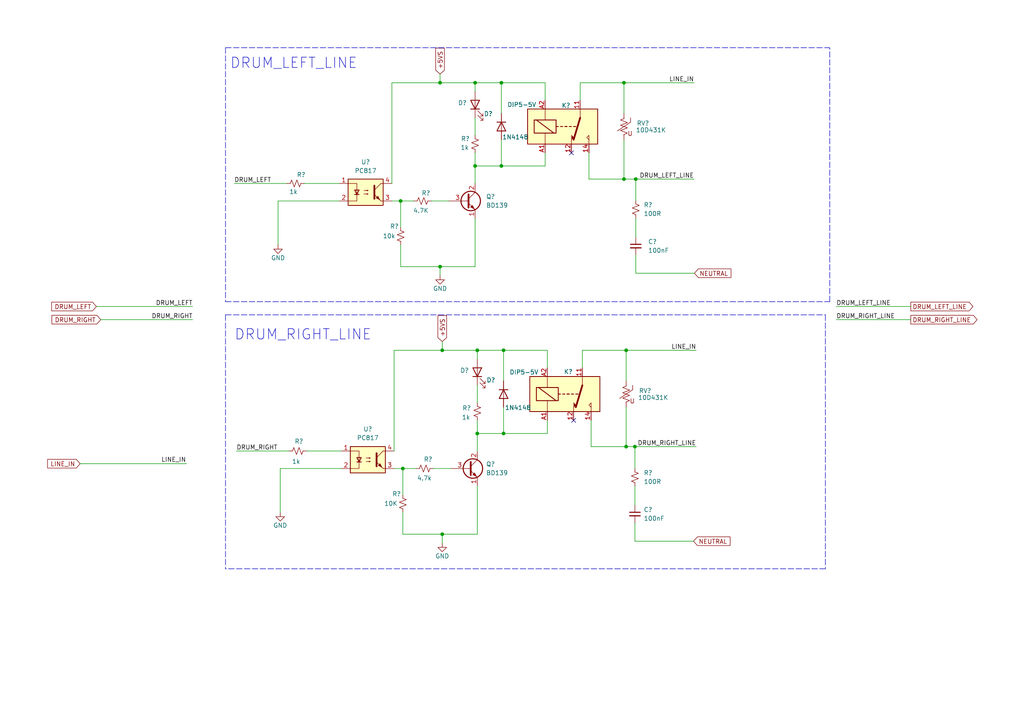
<source format=kicad_sch>
(kicad_sch (version 20211123) (generator eeschema)
  (paper "A4")
  (lib_symbols
    (symbol "Device:C_Small" (pin_numbers hide) (pin_names (offset 0.254) hide)
      (property "Reference" "C" (at 0.254 1.778 0))
      (property "Value" "C_Small" (at 0.254 -2.032 0))
      (symbol "C_Small_0_1"
        (polyline (pts (xy -1.524 -0.508) (xy 1.524 -0.508)) (stroke (width 0.3302)))
        (polyline (pts (xy -1.524 0.508) (xy 1.524 0.508)) (stroke (width 0.3048)))
      )
      (symbol "C_Small_1_1"
        (pin passive line (at 0 2.54 270) (length 2.032) (name "~") (number "1"))
        (pin passive line (at 0 -2.54 90) (length 2.032) (name "~") (number "2"))
      )
    )
    (symbol "Device:D" (pin_numbers hide) (pin_names (offset 1.016) hide)
      (property "Reference" "D" (at 0 2.54 0))
      (property "Value" "D" (at 0 -2.54 0))
      (symbol "D_0_1"
        (polyline (pts (xy -1.27 1.27) (xy -1.27 -1.27)) (stroke (width 0.254)))
        (polyline (pts (xy 1.27 0) (xy -1.27 0)))
        (polyline (pts (xy 1.27 1.27) (xy 1.27 -1.27) (xy -1.27 0) (xy 1.27 1.27)) (stroke (width 0.254)))
      )
      (symbol "D_1_1"
        (pin passive line (at -3.81 0 0) (length 2.54) (name "K") (number "1"))
        (pin passive line (at 3.81 0 180) (length 2.54) (name "A") (number "2"))
      )
    )
    (symbol "Device:LED" (pin_numbers hide) (pin_names (offset 1.016) hide)
      (property "Reference" "D" (at 0 2.54 0))
      (property "Value" "LED" (at 0 -2.54 0))
      (symbol "LED_0_1"
        (polyline (pts (xy -1.27 -1.27) (xy -1.27 1.27)) (stroke (width 0.254)))
        (polyline (pts (xy -1.27 0) (xy 1.27 0)))
        (polyline (pts (xy 1.27 -1.27) (xy 1.27 1.27) (xy -1.27 0) (xy 1.27 -1.27)) (stroke (width 0.254)))
        (polyline (pts (xy -3.048 -0.762) (xy -4.572 -2.286) (xy -3.81 -2.286) (xy -4.572 -2.286) (xy -4.572 -1.524)))
        (polyline (pts (xy -1.778 -0.762) (xy -3.302 -2.286) (xy -2.54 -2.286) (xy -3.302 -2.286) (xy -3.302 -1.524)))
      )
      (symbol "LED_1_1"
        (pin passive line (at -3.81 0 0) (length 2.54) (name "K") (number "1"))
        (pin passive line (at 3.81 0 180) (length 2.54) (name "A") (number "2"))
      )
    )
    (symbol "Device:R_Small_US" (pin_numbers hide) (pin_names (offset 0.254) hide)
      (property "Reference" "R" (at 0.762 0.508 0))
      (property "Value" "R_Small_US" (at 0.762 -1.016 0))
      (symbol "R_Small_US_1_1"
        (polyline (pts (xy 0 0) (xy 1.016 -0.381) (xy 0 -0.762) (xy -1.016 -1.143) (xy 0 -1.524)))
        (polyline (pts (xy 0 1.524) (xy 1.016 1.143) (xy 0 0.762) (xy -1.016 0.381) (xy 0 0)))
        (pin passive line (at 0 2.54 270) (length 1.016) (name "~") (number "1"))
        (pin passive line (at 0 -2.54 90) (length 1.016) (name "~") (number "2"))
      )
    )
    (symbol "Device:Varistor_US" (pin_numbers hide) (pin_names (offset 0))
      (property "Reference" "RV" (at 3.175 0 90))
      (property "Value" "Varistor_US" (at -3.175 0 90))
      (symbol "Varistor_US_0_0"
        (text "U" (at -1.778 -2.032 0) (effects (font (size 1.27 1.27))))
      )
      (symbol "Varistor_US_0_1"
        (polyline (pts (xy 0 -2.286) (xy 0 -2.54)))
        (polyline (pts (xy 0 2.286) (xy 0 2.54)))
        (polyline (pts (xy -1.905 2.54) (xy -1.905 1.27) (xy 1.905 -1.27)))
        (polyline (pts (xy 0 -0.762) (xy 1.016 -1.143) (xy 0 -1.524) (xy -1.016 -1.905) (xy 0 -2.286)))
        (polyline (pts (xy 0 0.762) (xy 1.016 0.381) (xy 0 0) (xy -1.016 -0.381) (xy 0 -0.762)))
        (polyline (pts (xy 0 2.286) (xy 1.016 1.905) (xy 0 1.524) (xy -1.016 1.143) (xy 0 0.762)))
      )
      (symbol "Varistor_US_1_1"
        (pin passive line (at 0 3.81 270) (length 1.27) (name "~") (number "1"))
        (pin passive line (at 0 -3.81 90) (length 1.27) (name "~") (number "2"))
      )
    )
    (symbol "Isolator:PC817" (pin_names (offset 1.016))
      (property "Reference" "U" (at -5.08 5.08 0))
      (property "Value" "PC817" (at 0 5.08 0))
      (symbol "PC817_0_1"
        (rectangle (start -5.08 3.81) (end 5.08 -3.81) (stroke (width 0.254)) (fill (type background)))
        (polyline (pts (xy -3.175 -0.635) (xy -1.905 -0.635)) (stroke (width 0.254)))
        (polyline (pts (xy 2.54 0.635) (xy 4.445 2.54)))
        (polyline (pts (xy 4.445 -2.54) (xy 2.54 -0.635)) (fill (type outline)))
        (polyline (pts (xy 4.445 -2.54) (xy 5.08 -2.54)))
        (polyline (pts (xy 4.445 2.54) (xy 5.08 2.54)))
        (polyline (pts (xy -5.08 2.54) (xy -2.54 2.54) (xy -2.54 -0.635)))
        (polyline (pts (xy -2.54 -0.635) (xy -2.54 -2.54) (xy -5.08 -2.54)))
        (polyline (pts (xy 2.54 1.905) (xy 2.54 -1.905) (xy 2.54 -1.905)) (stroke (width 0.508)))
        (polyline (pts (xy -2.54 -0.635) (xy -3.175 0.635) (xy -1.905 0.635) (xy -2.54 -0.635)) (stroke (width 0.254)))
        (polyline (pts (xy -0.508 -0.508) (xy 0.762 -0.508) (xy 0.381 -0.635) (xy 0.381 -0.381) (xy 0.762 -0.508)))
        (polyline (pts (xy -0.508 0.508) (xy 0.762 0.508) (xy 0.381 0.381) (xy 0.381 0.635) (xy 0.762 0.508)))
        (polyline (pts (xy 3.048 -1.651) (xy 3.556 -1.143) (xy 4.064 -2.159) (xy 3.048 -1.651) (xy 3.048 -1.651)) (fill (type outline)))
      )
      (symbol "PC817_1_1"
        (pin passive line (at -7.62 2.54 0) (length 2.54) (name "~") (number "1"))
        (pin passive line (at -7.62 -2.54 0) (length 2.54) (name "~") (number "2"))
        (pin passive line (at 7.62 -2.54 180) (length 2.54) (name "~") (number "3"))
        (pin passive line (at 7.62 2.54 180) (length 2.54) (name "~") (number "4"))
      )
    )
    (symbol "Relay:FINDER-36.11"
      (property "Reference" "K" (at 11.43 3.81 0))
      (property "Value" "FINDER-36.11" (at 11.43 1.27 0))
      (symbol "FINDER-36.11_0_0"
        (polyline (pts (xy 2.54 3.81) (xy 2.54 5.08)))
        (polyline (pts (xy 7.62 3.81) (xy 7.62 5.08)))
        (polyline (pts (xy 7.62 3.81) (xy 7.62 2.54) (xy 6.985 3.175) (xy 7.62 3.81)))
      )
      (symbol "FINDER-36.11_0_1"
        (rectangle (start -10.16 5.08) (end 10.16 -5.08) (stroke (width 0.254)) (fill (type background)))
        (rectangle (start -8.255 1.905) (end -1.905 -1.905) (stroke (width 0.254)))
        (polyline (pts (xy -7.62 -1.905) (xy -2.54 1.905)) (stroke (width 0.254)))
        (polyline (pts (xy -5.08 -5.08) (xy -5.08 -1.905)))
        (polyline (pts (xy -5.08 5.08) (xy -5.08 1.905)))
        (polyline (pts (xy -1.905 0) (xy -1.27 0)) (stroke (width 0.254)))
        (polyline (pts (xy -0.635 0) (xy 0 0)) (stroke (width 0.254)))
        (polyline (pts (xy 0.635 0) (xy 1.27 0)) (stroke (width 0.254)))
        (polyline (pts (xy 0.635 0) (xy 1.27 0)) (stroke (width 0.254)))
        (polyline (pts (xy 1.905 0) (xy 2.54 0)) (stroke (width 0.254)))
        (polyline (pts (xy 3.175 0) (xy 3.81 0)) (stroke (width 0.254)))
        (polyline (pts (xy 5.08 -2.54) (xy 3.175 3.81)) (stroke (width 0.508)))
        (polyline (pts (xy 5.08 -2.54) (xy 5.08 -5.08)))
        (polyline (pts (xy 2.54 2.54) (xy 3.175 3.175) (xy 2.54 3.81)) (fill (type outline)))
      )
      (symbol "FINDER-36.11_1_1"
        (pin passive line (at 5.08 -7.62 90) (length 2.54) (name "~") (number "11"))
        (pin passive line (at 2.54 7.62 270) (length 2.54) (name "~") (number "12"))
        (pin passive line (at 7.62 7.62 270) (length 2.54) (name "~") (number "14"))
        (pin passive line (at -5.08 7.62 270) (length 2.54) (name "~") (number "A1"))
        (pin passive line (at -5.08 -7.62 90) (length 2.54) (name "~") (number "A2"))
      )
    )
    (symbol "Transistor_BJT:BD139" (pin_names (offset 0) hide)
      (property "Reference" "Q" (at 5.08 1.905 0))
      (property "Value" "BD139" (at 5.08 0 0))
      (symbol "BD139_0_1"
        (polyline (pts (xy 0 0) (xy 0.635 0)))
        (polyline (pts (xy 2.54 -2.54) (xy 0.635 -0.635)))
        (polyline (pts (xy 2.54 2.54) (xy 0.635 0.635)))
        (polyline (pts (xy 0.635 1.905) (xy 0.635 -1.905) (xy 0.635 -1.905)) (stroke (width 0.508)) (fill (type outline)))
        (polyline (pts (xy 1.2446 -1.778) (xy 1.7526 -1.27) (xy 2.286 -2.286) (xy 1.2446 -1.778) (xy 1.2446 -1.778)) (fill (type outline)))
        (circle (center 1.27 0) (radius 2.8194) (stroke (width 0.3048)))
      )
      (symbol "BD139_1_1"
        (pin passive line (at 2.54 -5.08 90) (length 2.54) (name "E") (number "1"))
        (pin passive line (at 2.54 5.08 270) (length 2.54) (name "C") (number "2"))
        (pin input line (at -5.08 0 0) (length 5.08) (name "B") (number "3"))
      )
    )
    (symbol "power:GND" (power) (pin_names (offset 0))
      (property "Value" "GND" (at 0 -3.81 0))
      (symbol "GND_0_1"
        (polyline (pts (xy 0 0) (xy 0 -1.27) (xy 1.27 -1.27) (xy 0 -2.54) (xy -1.27 -1.27) (xy 0 -1.27)))
      )
      (symbol "GND_1_1"
        (pin power_in line (at 0 0 270) (length 0) hide (name "GND") (number "1"))
      )
    )
  )
  (junction (at 138.43 125.73))
  (junction (at 138.43 101.6))
  (junction (at 128.27 154.94))
  (junction (at 184.404 51.943))
  (junction (at 137.795 24.003))
  (junction (at 137.795 48.133))
  (junction (at 127.635 77.343))
  (junction (at 145.415 48.133))
  (junction (at 181.61 101.6))
  (junction (at 180.975 51.943))
  (junction (at 184.15 129.54))
  (junction (at 145.415 24.003))
  (junction (at 146.05 101.6))
  (junction (at 180.975 24.003))
  (junction (at 128.27 101.6))
  (junction (at 146.05 125.73))
  (junction (at 116.205 58.293))
  (junction (at 127.635 24.003))
  (junction (at 116.84 135.89))
  (junction (at 181.61 129.54))
  (no_connect (at 166.37 121.92))
  (no_connect (at 165.735 44.323))
  (wire (pts (xy 180.975 40.513) (xy 180.975 51.943)))
  (wire (pts (xy 242.57 92.71) (xy 264.16 92.71)))
  (wire (pts (xy 184.15 151.638) (xy 184.15 156.972)))
  (wire (pts (xy 158.115 48.133) (xy 145.415 48.133)))
  (wire (pts (xy 138.43 125.73) (xy 138.43 130.81)))
  (wire (pts (xy 184.404 63.246) (xy 184.404 68.834)))
  (wire (pts (xy 113.665 58.293) (xy 116.205 58.293)))
  (wire (pts (xy 184.15 129.54) (xy 184.15 135.89)))
  (wire (pts (xy 125.73 135.89) (xy 130.81 135.89)))
  (wire (pts (xy 127.635 24.003) (xy 137.795 24.003)))
  (polyline (pts (xy 239.395 164.973) (xy 65.405 164.973)))
  (wire (pts (xy 168.275 29.083) (xy 168.275 24.003)))
  (wire (pts (xy 168.275 24.003) (xy 180.975 24.003)))
  (wire (pts (xy 99.06 135.89) (xy 81.28 135.89)))
  (wire (pts (xy 158.115 24.003) (xy 145.415 24.003)))
  (wire (pts (xy 113.665 24.003) (xy 127.635 24.003)))
  (polyline (pts (xy 65.405 13.843) (xy 65.405 87.503)))
  (wire (pts (xy 116.205 58.293) (xy 116.205 65.913)))
  (wire (pts (xy 137.795 48.133) (xy 137.795 53.213)))
  (polyline (pts (xy 65.405 13.843) (xy 240.665 13.843)))
  (wire (pts (xy 116.84 154.94) (xy 128.27 154.94)))
  (wire (pts (xy 171.45 121.92) (xy 171.45 129.54)))
  (wire (pts (xy 146.05 101.6) (xy 146.05 110.49)))
  (wire (pts (xy 137.795 34.163) (xy 137.795 39.243)))
  (wire (pts (xy 184.404 51.943) (xy 201.295 51.943)))
  (wire (pts (xy 181.61 101.6) (xy 181.61 110.49)))
  (wire (pts (xy 184.15 140.97) (xy 184.15 146.558)))
  (wire (pts (xy 146.05 125.73) (xy 138.43 125.73)))
  (wire (pts (xy 168.91 106.68) (xy 168.91 101.6)))
  (wire (pts (xy 128.27 157.48) (xy 128.27 154.94)))
  (wire (pts (xy 127.635 79.883) (xy 127.635 77.343)))
  (wire (pts (xy 127.635 77.343) (xy 137.795 77.343)))
  (wire (pts (xy 181.61 118.11) (xy 181.61 129.54)))
  (wire (pts (xy 158.75 125.73) (xy 146.05 125.73)))
  (wire (pts (xy 158.115 29.083) (xy 158.115 24.003)))
  (wire (pts (xy 145.415 48.133) (xy 137.795 48.133)))
  (wire (pts (xy 27.94 88.9) (xy 55.88 88.9)))
  (polyline (pts (xy 240.665 87.503) (xy 240.665 13.843)))
  (wire (pts (xy 184.404 73.914) (xy 184.404 79.248)))
  (wire (pts (xy 88.265 53.213) (xy 98.425 53.213)))
  (wire (pts (xy 138.43 111.76) (xy 138.43 116.84)))
  (wire (pts (xy 116.84 135.89) (xy 120.65 135.89)))
  (wire (pts (xy 98.425 58.293) (xy 80.645 58.293)))
  (polyline (pts (xy 239.395 91.313) (xy 239.395 164.973)))
  (wire (pts (xy 181.61 101.6) (xy 201.93 101.6)))
  (wire (pts (xy 242.57 88.9) (xy 264.16 88.9)))
  (wire (pts (xy 67.945 53.213) (xy 83.185 53.213)))
  (wire (pts (xy 137.795 44.323) (xy 137.795 48.133)))
  (wire (pts (xy 114.3 135.89) (xy 116.84 135.89)))
  (wire (pts (xy 171.45 129.54) (xy 181.61 129.54)))
  (wire (pts (xy 158.75 121.92) (xy 158.75 125.73)))
  (wire (pts (xy 116.84 135.89) (xy 116.84 143.51)))
  (wire (pts (xy 116.205 77.343) (xy 127.635 77.343)))
  (wire (pts (xy 53.975 134.493) (xy 53.975 134.366)))
  (wire (pts (xy 116.205 58.293) (xy 120.015 58.293)))
  (polyline (pts (xy 65.405 91.313) (xy 65.405 164.973)))
  (wire (pts (xy 180.975 24.003) (xy 180.975 32.893)))
  (wire (pts (xy 114.3 130.81) (xy 114.3 101.6)))
  (wire (pts (xy 184.15 129.54) (xy 201.93 129.54)))
  (wire (pts (xy 145.415 40.513) (xy 145.415 48.133)))
  (polyline (pts (xy 65.405 91.313) (xy 239.395 91.313)))
  (wire (pts (xy 128.27 99.06) (xy 128.27 101.6)))
  (wire (pts (xy 184.404 51.943) (xy 184.404 58.166)))
  (wire (pts (xy 170.815 44.323) (xy 170.815 51.943)))
  (wire (pts (xy 184.15 156.972) (xy 201.168 156.972)))
  (wire (pts (xy 181.61 129.54) (xy 184.15 129.54)))
  (wire (pts (xy 138.43 101.6) (xy 138.43 104.14)))
  (wire (pts (xy 158.75 106.68) (xy 158.75 101.6)))
  (wire (pts (xy 137.795 24.003) (xy 137.795 26.543)))
  (wire (pts (xy 184.404 79.248) (xy 201.422 79.248)))
  (wire (pts (xy 68.58 130.81) (xy 83.82 130.81)))
  (wire (pts (xy 81.28 135.89) (xy 81.28 148.59)))
  (wire (pts (xy 80.645 58.293) (xy 80.645 70.993)))
  (polyline (pts (xy 65.405 87.503) (xy 240.665 87.503)))
  (wire (pts (xy 168.91 101.6) (xy 181.61 101.6)))
  (wire (pts (xy 180.975 24.003) (xy 201.295 24.003)))
  (wire (pts (xy 158.75 101.6) (xy 146.05 101.6)))
  (wire (pts (xy 128.27 154.94) (xy 138.43 154.94)))
  (wire (pts (xy 23.241 134.493) (xy 53.975 134.493)))
  (wire (pts (xy 127.635 21.463) (xy 127.635 24.003)))
  (wire (pts (xy 116.205 70.993) (xy 116.205 77.343)))
  (wire (pts (xy 29.21 92.71) (xy 55.88 92.71)))
  (wire (pts (xy 146.05 118.11) (xy 146.05 125.73)))
  (wire (pts (xy 138.43 121.92) (xy 138.43 125.73)))
  (wire (pts (xy 180.975 51.943) (xy 184.404 51.943)))
  (wire (pts (xy 114.3 101.6) (xy 128.27 101.6)))
  (wire (pts (xy 158.115 44.323) (xy 158.115 48.133)))
  (wire (pts (xy 137.795 77.343) (xy 137.795 63.373)))
  (wire (pts (xy 88.9 130.81) (xy 99.06 130.81)))
  (wire (pts (xy 146.05 101.6) (xy 138.43 101.6)))
  (wire (pts (xy 125.095 58.293) (xy 130.175 58.293)))
  (wire (pts (xy 116.84 148.59) (xy 116.84 154.94)))
  (wire (pts (xy 138.43 154.94) (xy 138.43 140.97)))
  (wire (pts (xy 113.665 53.213) (xy 113.665 24.003)))
  (wire (pts (xy 145.415 24.003) (xy 145.415 32.893)))
  (wire (pts (xy 145.415 24.003) (xy 137.795 24.003)))
  (wire (pts (xy 128.27 101.6) (xy 138.43 101.6)))
  (wire (pts (xy 170.815 51.943) (xy 180.975 51.943)))
  (text "DRUM_RIGHT_LINE\n" (at 67.945 98.933 0) (effects (font (size 3 3)) (justify left bottom)))
  (text "DRUM_LEFT_LINE\n" (at 66.675 20.193 0) (effects (font (size 3 3)) (justify left bottom)))
  (label "DRUM_LEFT" (at 67.945 53.213 0))
  (label "DRUM_RIGHT_LINE" (at 201.93 129.54 180))
  (label "DRUM_RIGHT" (at 55.88 92.71 180))
  (label "LINE_IN" (at 201.295 24.003 180))
  (label "DRUM_RIGHT" (at 68.58 130.81 0))
  (label "DRUM_LEFT_LINE" (at 201.295 51.943 180))
  (label "DRUM_LEFT" (at 55.88 88.9 180))
  (label "LINE_IN" (at 53.975 134.366 180))
  (label "DRUM_RIGHT_LINE" (at 242.57 92.71 0))
  (label "LINE_IN" (at 201.93 101.6 180))
  (label "DRUM_LEFT_LINE" (at 242.57 88.9 0))
  (global_label "NEUTRAL" (shape input) (at 201.168 156.972 0) (property "Intersheet References" "${INTERSHEET_REFS}" (effects hide)))
  (global_label "DRUM_RIGHT" (shape input) (at 29.21 92.71 180) (property "Intersheet References" "${INTERSHEET_REFS}" (effects hide)))
  (global_label "NEUTRAL" (shape input) (at 201.422 79.248 0) (property "Intersheet References" "${INTERSHEET_REFS}" (effects hide)))
  (global_label "DRUM_LEFT" (shape input) (at 27.94 88.9 180) (property "Intersheet References" "${INTERSHEET_REFS}" (effects hide)))
  (global_label "LINE_IN" (shape input) (at 23.241 134.493 180) (property "Intersheet References" "${INTERSHEET_REFS}" (effects hide)))
  (global_label "DRUM_LEFT_LINE" (shape output) (at 264.16 88.9 0) (property "Intersheet References" "${INTERSHEET_REFS}" (effects hide)))
  (global_label "+5VS" (shape input) (at 128.27 99.06 90) (property "Intersheet References" "${INTERSHEET_REFS}" (effects hide)))
  (global_label "DRUM_RIGHT_LINE" (shape output) (at 264.16 92.71 0) (property "Intersheet References" "${INTERSHEET_REFS}" (effects hide)))
  (global_label "+5VS" (shape input) (at 127.635 21.463 90) (property "Intersheet References" "${INTERSHEET_REFS}" (effects hide)))
  (symbol (lib_id "Device:R_Small_US") (at 116.84 146.05 180) (unit 1)
    (property "Reference" "R?" (at 116.332 143.256 0) (effects (justify left)))
    (property "Value" "10K" (at 115.316 146.05 0) (effects (justify left)))
    (property "Footprint" "User_Resostor_THT:R_Axial_DIN0207_L6.3mm_D2.5mm_P10.16mm_Horizontal" (effects hide))
  )
  (symbol (lib_id "Isolator:PC817") (at 106.045 55.753 0) (unit 1)
    (property "Reference" "U?" (at 106.045 46.99 0))
    (property "Value" "PC817" (at 106.045 49.53 0))
    (property "Footprint" "User_Package_DIP:DIP-4_W7.62mm_LongPads" (effects hide))
    (property "Datasheet" "http://www.soselectronic.cz/a_info/resource/d/pc817.pdf" (effects hide))
  )
  (symbol (lib_id "Device:R_Small_US") (at 184.15 138.43 0) (unit 1)
    (property "Reference" "R?" (at 186.69 137.1599 0) (effects (justify left)))
    (property "Value" "100R" (at 186.69 139.6999 0) (effects (justify left)))
    (property "Footprint" "User_Resostor_THT:R_Axial_DIN0414_L11.9mm_D4.5mm_P15.24mm_Horizontal" (effects hide))
  )
  (symbol (lib_id "Device:C_Small") (at 184.404 71.374 0) (unit 1)
    (property "Reference" "C?" (at 187.96 70.1102 0) (effects (justify left)))
    (property "Value" "100nF" (at 187.96 72.6502 0) (effects (justify left)))
    (property "Footprint" "User_Capacitor_THT:C_Rect_L19.0mm_W9.0mm_P15.00mm_MKS4" (effects hide))
  )
  (symbol (lib_id "Device:R_Small_US") (at 122.555 58.293 90) (unit 1)
    (property "Reference" "R?" (at 124.841 56.007 90) (effects (justify left)))
    (property "Value" "4.7K" (at 124.333 61.087 90) (effects (justify left)))
    (property "Footprint" "User_Resostor_THT:R_Axial_DIN0207_L6.3mm_D2.5mm_P10.16mm_Horizontal" (effects hide))
  )
  (symbol (lib_id "Device:Varistor_US") (at 180.975 36.703 0) (mirror y) (unit 1)
    (property "Reference" "RV?" (at 184.658 35.7496 0) (effects (justify right)))
    (property "Value" "10D431K" (at 184.404 37.719 0) (effects (justify right)))
    (property "Footprint" "User_Varistor:RV_Disc_D7mm_W5.7mm_P5mm" (effects hide))
  )
  (symbol (lib_id "Device:C_Small") (at 184.15 149.098 0) (unit 1)
    (property "Reference" "C?" (at 186.69 147.8342 0) (effects (justify left)))
    (property "Value" "100nF" (at 186.69 150.3742 0) (effects (justify left)))
    (property "Footprint" "User_Capacitor_THT:C_Rect_L19.0mm_W9.0mm_P15.00mm_MKS4" (effects hide))
  )
  (symbol (lib_id "Device:D") (at 145.415 36.703 270) (unit 1)
    (property "Reference" "D?" (at 140.335 33.02 90) (effects (justify left)))
    (property "Value" "1N4148" (at 145.669 39.751 90) (effects (justify left)))
    (property "Footprint" "User_Diode_THT:D_A-405_P7.62mm_Horizontal" (effects hide))
  )
  (symbol (lib_id "Device:D") (at 146.05 114.3 270) (unit 1)
    (property "Reference" "D?" (at 141.097 110.236 90) (effects (justify left)))
    (property "Value" "1N4148" (at 146.431 118.237 90) (effects (justify left)))
    (property "Footprint" "User_Diode_THT:D_A-405_P7.62mm_Horizontal" (effects hide))
  )
  (symbol (lib_id "Device:R_Small_US") (at 86.36 130.81 90) (unit 1)
    (property "Reference" "R?" (at 88.011 128.016 90) (effects (justify left)))
    (property "Value" "1k" (at 87.122 133.858 90) (effects (justify left)))
    (property "Footprint" "User_Resostor_THT:R_Axial_DIN0207_L6.3mm_D2.5mm_P10.16mm_Horizontal" (effects hide))
  )
  (symbol (lib_id "power:GND") (at 81.28 148.59 0) (unit 1)
    (property "Reference" "#PWR?" (effects hide))
    (property "Value" "GND" (at 81.28 152.4 0))
  )
  (symbol (lib_id "power:GND") (at 80.645 70.993 0) (unit 1)
    (property "Reference" "#PWR?" (effects hide))
    (property "Value" "GND" (at 80.645 74.803 0))
  )
  (symbol (lib_id "power:GND") (at 128.27 157.48 0) (unit 1)
    (property "Reference" "#PWR?" (effects hide))
    (property "Value" "GND" (at 128.27 161.29 0))
  )
  (symbol (lib_id "Device:Varistor_US") (at 181.61 114.3 0) (mirror y) (unit 1)
    (property "Reference" "RV?" (at 185.293 113.3466 0) (effects (justify right)))
    (property "Value" "10D431K" (at 185.039 115.316 0) (effects (justify right)))
    (property "Footprint" "User_Varistor:RV_Disc_D7mm_W5.7mm_P5mm" (effects hide))
  )
  (symbol (lib_id "Device:LED") (at 138.43 107.95 90) (unit 1)
    (property "Reference" "D?" (at 134.747 107.442 90))
    (property "Value" "LED" (effects hide))
    (property "Footprint" "User_LED_THT:LED_D3.0mm" (effects hide))
  )
  (symbol (lib_id "Device:R_Small_US") (at 116.205 68.453 180) (unit 1)
    (property "Reference" "R?" (at 115.697 65.659 0) (effects (justify left)))
    (property "Value" "10k" (at 114.681 68.453 0) (effects (justify left)))
    (property "Footprint" "User_Resostor_THT:R_Axial_DIN0207_L6.3mm_D2.5mm_P10.16mm_Horizontal" (effects hide))
  )
  (symbol (lib_id "Device:R_Small_US") (at 123.19 135.89 90) (unit 1)
    (property "Reference" "R?" (at 125.476 133.223 90) (effects (justify left)))
    (property "Value" "4.7k" (at 125.222 138.684 90) (effects (justify left)))
    (property "Footprint" "User_Resostor_THT:R_Axial_DIN0207_L6.3mm_D2.5mm_P10.16mm_Horizontal" (effects hide))
  )
  (symbol (lib_id "Transistor_BJT:BD139") (at 135.89 135.89 0) (unit 1)
    (property "Reference" "Q?" (at 140.97 134.6199 0) (effects (justify left)))
    (property "Value" "BD139" (at 140.97 137.1599 0) (effects (justify left)))
    (property "Footprint" "Package_TO_SOT_THT:TO-126-3_Vertical" (effects hide))
    (property "Datasheet" "http://www.st.com/internet/com/TECHNICAL_RESOURCES/TECHNICAL_LITERATURE/DATASHEET/CD00001225.pdf" (effects hide))
  )
  (symbol (lib_id "Relay:FINDER-36.11") (at 163.83 114.3 0) (mirror x) (unit 1)
    (property "Reference" "K?" (at 166.116 107.823 0) (effects (justify right)))
    (property "Value" "DIP5-5V" (at 156.21 107.95 0) (effects (justify right)))
    (property "Footprint" "User_Relay_THT:Relay_SPDT_SANYOU_SRD_Series_Form_C" (effects hide))
    (property "Datasheet" "https://gfinder.findernet.com/public/attachments/36/EN/S36EN.pdf" (effects hide))
  )
  (symbol (lib_id "Device:LED") (at 137.795 30.353 90) (unit 1)
    (property "Reference" "D?" (at 134.112 29.845 90))
    (property "Value" "LED" (effects hide))
    (property "Footprint" "User_LED_THT:LED_D3.0mm" (effects hide))
  )
  (symbol (lib_id "Isolator:PC817") (at 106.68 133.35 0) (unit 1)
    (property "Reference" "U?" (at 106.68 124.46 0))
    (property "Value" "PC817" (at 106.68 127 0))
    (property "Footprint" "User_Package_DIP:DIP-4_W7.62mm_LongPads" (effects hide))
    (property "Datasheet" "http://www.soselectronic.cz/a_info/resource/d/pc817.pdf" (effects hide))
  )
  (symbol (lib_id "Relay:FINDER-36.11") (at 163.195 36.703 0) (mirror x) (unit 1)
    (property "Reference" "K?" (at 165.481 30.607 0) (effects (justify right)))
    (property "Value" "DIP5-5V" (at 155.575 30.353 0) (effects (justify right)))
    (property "Footprint" "User_Relay_THT:Relay_SPDT_SANYOU_SRD_Series_Form_C" (effects hide))
    (property "Datasheet" "https://gfinder.findernet.com/public/attachments/36/EN/S36EN.pdf" (effects hide))
  )
  (symbol (lib_id "Device:R_Small_US") (at 137.795 41.783 180) (unit 1)
    (property "Reference" "R?" (at 136.271 40.259 0) (effects (justify left)))
    (property "Value" "1k" (at 136.017 42.799 0) (effects (justify left)))
    (property "Footprint" "User_Resostor_THT:R_Axial_DIN0207_L6.3mm_D2.5mm_P10.16mm_Horizontal" (effects hide))
  )
  (symbol (lib_id "Device:R_Small_US") (at 85.725 53.213 90) (unit 1)
    (property "Reference" "R?" (at 88.646 50.673 90) (effects (justify left)))
    (property "Value" "1k" (at 86.36 55.626 90) (effects (justify left)))
    (property "Footprint" "User_Resostor_THT:R_Axial_DIN0207_L6.3mm_D2.5mm_P10.16mm_Horizontal" (effects hide))
  )
  (symbol (lib_id "Device:R_Small_US") (at 138.43 119.38 180) (unit 1)
    (property "Reference" "R?" (at 136.652 118.364 0) (effects (justify left)))
    (property "Value" "1k" (at 136.398 121.031 0) (effects (justify left)))
    (property "Footprint" "User_Resostor_THT:R_Axial_DIN0207_L6.3mm_D2.5mm_P10.16mm_Horizontal" (effects hide))
  )
  (symbol (lib_id "Device:R_Small_US") (at 184.404 60.706 0) (unit 1)
    (property "Reference" "R?" (at 186.69 59.4359 0) (effects (justify left)))
    (property "Value" "100R" (at 186.69 61.9759 0) (effects (justify left)))
    (property "Footprint" "User_Resostor_THT:R_Axial_DIN0414_L11.9mm_D4.5mm_P15.24mm_Horizontal" (effects hide))
  )
  (symbol (lib_id "power:GND") (at 127.635 79.883 0) (unit 1)
    (property "Reference" "#PWR?" (effects hide))
    (property "Value" "GND" (at 127.635 83.693 0))
  )
  (symbol (lib_id "Transistor_BJT:BD139") (at 135.255 58.293 0) (unit 1)
    (property "Reference" "Q?" (at 140.97 57.0229 0) (effects (justify left)))
    (property "Value" "BD139" (at 140.97 59.5629 0) (effects (justify left)))
    (property "Footprint" "Package_TO_SOT_THT:TO-126-3_Vertical" (effects hide))
    (property "Datasheet" "http://www.st.com/internet/com/TECHNICAL_RESOURCES/TECHNICAL_LITERATURE/DATASHEET/CD00001225.pdf" (effects hide))
  )
)
</source>
